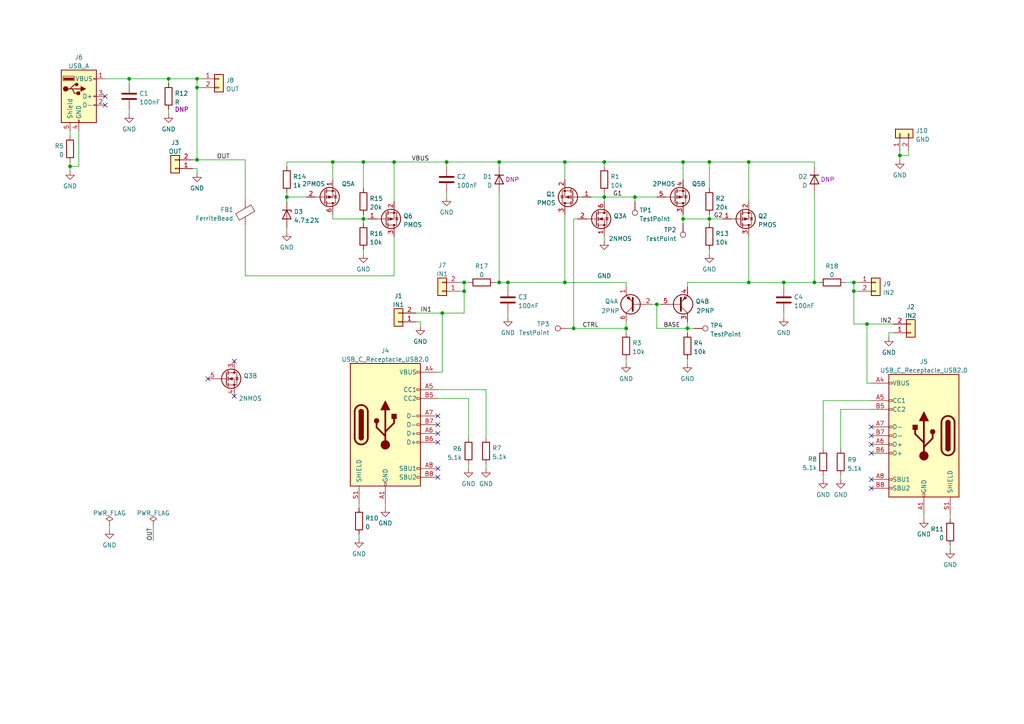
<source format=kicad_sch>
(kicad_sch (version 20211123) (generator eeschema)
  (paper "A4")
  (lib_symbols
    (symbol "Connector:TestPoint" (pin_numbers hide) (pin_names (offset 0.762) hide)
      (property "Reference" "TP" (at 0 6.858 0))
      (property "Value" "TestPoint" (at 0 5.08 0))
      (symbol "TestPoint_0_1"
        (circle (center 0 3.302) (radius 0.762))
      )
      (symbol "TestPoint_1_1"
        (pin passive line (at 0 0 90) (length 2.54) (name "1") (number "1"))
      )
    )
    (symbol "Connector:USB_A" (pin_names (offset 1.016))
      (property "Reference" "J" (at -5.08 11.43 0))
      (property "Value" "USB_A" (at -5.08 8.89 0))
      (symbol "USB_A_0_1"
        (rectangle (start -5.08 -7.62) (end 5.08 7.62) (stroke (width 0.254)) (fill (type background)))
        (circle (center -3.81 2.159) (radius 0.635) (stroke (width 0.254)) (fill (type outline)))
        (rectangle (start -1.524 4.826) (end -4.318 5.334) (fill (type outline)))
        (rectangle (start -1.27 4.572) (end -4.572 5.842))
        (circle (center -0.635 3.429) (radius 0.381) (stroke (width 0.254)) (fill (type outline)))
        (rectangle (start -0.127 -7.62) (end 0.127 -6.858))
        (polyline (pts (xy -3.175 2.159) (xy -2.54 2.159) (xy -1.27 3.429) (xy -0.635 3.429)) (stroke (width 0.254)))
        (polyline (pts (xy -2.54 2.159) (xy -1.905 2.159) (xy -1.27 0.889) (xy 0 0.889)) (stroke (width 0.254)))
        (polyline (pts (xy 0.635 2.794) (xy 0.635 1.524) (xy 1.905 2.159) (xy 0.635 2.794)) (stroke (width 0.254)) (fill (type outline)))
        (rectangle (start 0.254 1.27) (end -0.508 0.508) (stroke (width 0.254)) (fill (type outline)))
        (rectangle (start 5.08 -2.667) (end 4.318 -2.413))
        (rectangle (start 5.08 -0.127) (end 4.318 0.127))
        (rectangle (start 5.08 4.953) (end 4.318 5.207))
      )
      (symbol "USB_A_1_1"
        (polyline (pts (xy -1.905 2.159) (xy 0.635 2.159)) (stroke (width 0.254)))
        (pin power_in line (at 7.62 5.08 180) (length 2.54) (name "VBUS") (number "1"))
        (pin bidirectional line (at 7.62 -2.54 180) (length 2.54) (name "D-") (number "2"))
        (pin bidirectional line (at 7.62 0 180) (length 2.54) (name "D+") (number "3"))
        (pin power_in line (at 0 -10.16 90) (length 2.54) (name "GND") (number "4"))
        (pin passive line (at -2.54 -10.16 90) (length 2.54) (name "Shield") (number "5"))
      )
    )
    (symbol "Connector:USB_C_Receptacle_USB2.0" (pin_names (offset 1.016))
      (property "Reference" "J" (at -10.16 19.05 0))
      (property "Value" "USB_C_Receptacle_USB2.0" (at 19.05 19.05 0))
      (symbol "USB_C_Receptacle_USB2.0_0_0"
        (rectangle (start -0.254 -17.78) (end 0.254 -16.764))
        (rectangle (start 10.16 -14.986) (end 9.144 -15.494))
        (rectangle (start 10.16 -12.446) (end 9.144 -12.954))
        (rectangle (start 10.16 -4.826) (end 9.144 -5.334))
        (rectangle (start 10.16 -2.286) (end 9.144 -2.794))
        (rectangle (start 10.16 0.254) (end 9.144 -0.254))
        (rectangle (start 10.16 2.794) (end 9.144 2.286))
        (rectangle (start 10.16 7.874) (end 9.144 7.366))
        (rectangle (start 10.16 10.414) (end 9.144 9.906))
        (rectangle (start 10.16 15.494) (end 9.144 14.986))
      )
      (symbol "USB_C_Receptacle_USB2.0_0_1"
        (rectangle (start -10.16 17.78) (end 10.16 -17.78) (stroke (width 0.254)) (fill (type background)))
        (arc (start -8.89 -3.81) (mid -6.985 -5.715) (end -5.08 -3.81) (stroke (width 0.508)))
        (arc (start -7.62 -3.81) (mid -6.985 -4.445) (end -6.35 -3.81) (stroke (width 0.254)))
        (arc (start -7.62 -3.81) (mid -6.985 -4.445) (end -6.35 -3.81) (stroke (width 0.254)) (fill (type outline)))
        (rectangle (start -7.62 -3.81) (end -6.35 3.81) (stroke (width 0.254)) (fill (type outline)))
        (arc (start -6.35 3.81) (mid -6.985 4.445) (end -7.62 3.81) (stroke (width 0.254)))
        (arc (start -6.35 3.81) (mid -6.985 4.445) (end -7.62 3.81) (stroke (width 0.254)) (fill (type outline)))
        (arc (start -5.08 3.81) (mid -6.985 5.715) (end -8.89 3.81) (stroke (width 0.508)))
        (circle (center -2.54 1.143) (radius 0.635) (stroke (width 0.254)) (fill (type outline)))
        (circle (center 0 -5.842) (radius 1.27) (fill (type outline)))
        (polyline (pts (xy -8.89 -3.81) (xy -8.89 3.81)) (stroke (width 0.508)))
        (polyline (pts (xy -5.08 3.81) (xy -5.08 -3.81)) (stroke (width 0.508)))
        (polyline (pts (xy 0 -5.842) (xy 0 4.318)) (stroke (width 0.508)))
        (polyline (pts (xy 0 -3.302) (xy -2.54 -0.762) (xy -2.54 0.508)) (stroke (width 0.508)))
        (polyline (pts (xy 0 -2.032) (xy 2.54 0.508) (xy 2.54 1.778)) (stroke (width 0.508)))
        (polyline (pts (xy -1.27 4.318) (xy 0 6.858) (xy 1.27 4.318) (xy -1.27 4.318)) (stroke (width 0.254)) (fill (type outline)))
        (rectangle (start 1.905 1.778) (end 3.175 3.048) (stroke (width 0.254)) (fill (type outline)))
      )
      (symbol "USB_C_Receptacle_USB2.0_1_1"
        (pin passive line (at 0 -22.86 90) (length 5.08) (name "GND") (number "A1"))
        (pin passive line (at 0 -22.86 90) (length 5.08) hide (name "GND") (number "A12"))
        (pin passive line (at 15.24 15.24 180) (length 5.08) (name "VBUS") (number "A4"))
        (pin bidirectional line (at 15.24 10.16 180) (length 5.08) (name "CC1") (number "A5"))
        (pin bidirectional line (at 15.24 -2.54 180) (length 5.08) (name "D+") (number "A6"))
        (pin bidirectional line (at 15.24 2.54 180) (length 5.08) (name "D-") (number "A7"))
        (pin bidirectional line (at 15.24 -12.7 180) (length 5.08) (name "SBU1") (number "A8"))
        (pin passive line (at 15.24 15.24 180) (length 5.08) hide (name "VBUS") (number "A9"))
        (pin passive line (at 0 -22.86 90) (length 5.08) hide (name "GND") (number "B1"))
        (pin passive line (at 0 -22.86 90) (length 5.08) hide (name "GND") (number "B12"))
        (pin passive line (at 15.24 15.24 180) (length 5.08) hide (name "VBUS") (number "B4"))
        (pin bidirectional line (at 15.24 7.62 180) (length 5.08) (name "CC2") (number "B5"))
        (pin bidirectional line (at 15.24 -5.08 180) (length 5.08) (name "D+") (number "B6"))
        (pin bidirectional line (at 15.24 0 180) (length 5.08) (name "D-") (number "B7"))
        (pin bidirectional line (at 15.24 -15.24 180) (length 5.08) (name "SBU2") (number "B8"))
        (pin passive line (at 15.24 15.24 180) (length 5.08) hide (name "VBUS") (number "B9"))
        (pin passive line (at -7.62 -22.86 90) (length 5.08) (name "SHIELD") (number "S1"))
      )
    )
    (symbol "Connector_Generic:Conn_01x02" (pin_names (offset 1.016) hide)
      (property "Reference" "J" (at 0 2.54 0))
      (property "Value" "Conn_01x02" (at 0 -5.08 0))
      (symbol "Conn_01x02_1_1"
        (rectangle (start -1.27 -2.413) (end 0 -2.667) (stroke (width 0.1524)))
        (rectangle (start -1.27 0.127) (end 0 -0.127) (stroke (width 0.1524)))
        (rectangle (start -1.27 1.27) (end 1.27 -3.81) (stroke (width 0.254)) (fill (type background)))
        (pin passive line (at -5.08 0 0) (length 3.81) (name "Pin_1") (number "1"))
        (pin passive line (at -5.08 -2.54 0) (length 3.81) (name "Pin_2") (number "2"))
      )
    )
    (symbol "Device:C" (pin_numbers hide) (pin_names (offset 0.254))
      (property "Reference" "C" (at 0.635 2.54 0))
      (property "Value" "C" (at 0.635 -2.54 0))
      (symbol "C_0_1"
        (polyline (pts (xy -2.032 -0.762) (xy 2.032 -0.762)) (stroke (width 0.508)))
        (polyline (pts (xy -2.032 0.762) (xy 2.032 0.762)) (stroke (width 0.508)))
      )
      (symbol "C_1_1"
        (pin passive line (at 0 3.81 270) (length 2.794) (name "~") (number "1"))
        (pin passive line (at 0 -3.81 90) (length 2.794) (name "~") (number "2"))
      )
    )
    (symbol "Device:D" (pin_numbers hide) (pin_names (offset 1.016) hide)
      (property "Reference" "D" (at 0 2.54 0))
      (property "Value" "D" (at 0 -2.54 0))
      (symbol "D_0_1"
        (polyline (pts (xy -1.27 1.27) (xy -1.27 -1.27)) (stroke (width 0.254)))
        (polyline (pts (xy 1.27 0) (xy -1.27 0)))
        (polyline (pts (xy 1.27 1.27) (xy 1.27 -1.27) (xy -1.27 0) (xy 1.27 1.27)) (stroke (width 0.254)))
      )
      (symbol "D_1_1"
        (pin passive line (at -3.81 0 0) (length 2.54) (name "K") (number "1"))
        (pin passive line (at 3.81 0 180) (length 2.54) (name "A") (number "2"))
      )
    )
    (symbol "Device:D_Zener" (pin_numbers hide) (pin_names (offset 1.016) hide)
      (property "Reference" "D" (at 0 2.54 0))
      (property "Value" "D_Zener" (at 0 -2.54 0))
      (symbol "D_Zener_0_1"
        (polyline (pts (xy 1.27 0) (xy -1.27 0)))
        (polyline (pts (xy -1.27 -1.27) (xy -1.27 1.27) (xy -0.762 1.27)) (stroke (width 0.254)))
        (polyline (pts (xy 1.27 -1.27) (xy 1.27 1.27) (xy -1.27 0) (xy 1.27 -1.27)) (stroke (width 0.254)))
      )
      (symbol "D_Zener_1_1"
        (pin passive line (at -3.81 0 0) (length 2.54) (name "K") (number "1"))
        (pin passive line (at 3.81 0 180) (length 2.54) (name "A") (number "2"))
      )
    )
    (symbol "Device:FerriteBead" (pin_numbers hide) (pin_names (offset 0))
      (property "Reference" "FB" (at -3.81 0.635 90))
      (property "Value" "FerriteBead" (at 3.81 0 90))
      (symbol "FerriteBead_0_1"
        (polyline (pts (xy 0 -1.27) (xy 0 -1.2192)))
        (polyline (pts (xy 0 1.27) (xy 0 1.2954)))
        (polyline (pts (xy -2.7686 0.4064) (xy -1.7018 2.2606) (xy 2.7686 -0.3048) (xy 1.6764 -2.159) (xy -2.7686 0.4064)))
      )
      (symbol "FerriteBead_1_1"
        (pin passive line (at 0 3.81 270) (length 2.54) (name "~") (number "1"))
        (pin passive line (at 0 -3.81 90) (length 2.54) (name "~") (number "2"))
      )
    )
    (symbol "Device:Q_Dual_NMOS_S1G1D2S2G2D1" (pin_names (offset 0) hide)
      (property "Reference" "Q" (at 6.35 1.27 0))
      (property "Value" "Q_Dual_NMOS_S1G1D2S2G2D1" (at 19.05 -1.27 0))
      (symbol "Q_Dual_NMOS_S1G1D2S2G2D1_0_1"
        (polyline (pts (xy 0.254 0) (xy -2.54 0)))
        (polyline (pts (xy 0.254 1.905) (xy 0.254 -1.905)) (stroke (width 0.254)))
        (polyline (pts (xy 0.762 -1.27) (xy 0.762 -2.286)) (stroke (width 0.254)))
        (polyline (pts (xy 0.762 0.508) (xy 0.762 -0.508)) (stroke (width 0.254)))
        (polyline (pts (xy 0.762 2.286) (xy 0.762 1.27)) (stroke (width 0.254)))
        (polyline (pts (xy 2.54 2.54) (xy 2.54 1.778)))
        (polyline (pts (xy 2.54 -2.54) (xy 2.54 0) (xy 0.762 0)))
        (polyline (pts (xy 0.762 -1.778) (xy 3.302 -1.778) (xy 3.302 1.778) (xy 0.762 1.778)))
        (polyline (pts (xy 1.016 0) (xy 2.032 0.381) (xy 2.032 -0.381) (xy 1.016 0)) (fill (type outline)))
        (polyline (pts (xy 2.794 0.508) (xy 2.921 0.381) (xy 3.683 0.381) (xy 3.81 0.254)))
        (polyline (pts (xy 3.302 0.381) (xy 2.921 -0.254) (xy 3.683 -0.254) (xy 3.302 0.381)))
        (circle (center 1.651 0) (radius 2.794) (stroke (width 0.254)))
        (circle (center 2.54 -1.778) (radius 0.254) (fill (type outline)))
        (circle (center 2.54 1.778) (radius 0.254) (fill (type outline)))
      )
      (symbol "Q_Dual_NMOS_S1G1D2S2G2D1_1_1"
        (pin passive line (at 2.54 -5.08 90) (length 2.54) (name "S") (number "1"))
        (pin input line (at -5.08 0 0) (length 2.54) (name "G") (number "2"))
        (pin passive line (at 2.54 5.08 270) (length 2.54) (name "D") (number "6"))
      )
      (symbol "Q_Dual_NMOS_S1G1D2S2G2D1_2_1"
        (pin passive line (at 2.54 5.08 270) (length 2.54) (name "D") (number "3"))
        (pin passive line (at 2.54 -5.08 90) (length 2.54) (name "S") (number "4"))
        (pin input line (at -5.08 0 0) (length 2.54) (name "G") (number "5"))
      )
    )
    (symbol "Device:Q_Dual_PMOS_S1G1D2S2G2D1" (pin_names (offset 0) hide)
      (property "Reference" "Q" (at 6.35 1.27 0))
      (property "Value" "Q_Dual_PMOS_S1G1D2S2G2D1" (at 19.05 -1.27 0))
      (symbol "Q_Dual_PMOS_S1G1D2S2G2D1_0_1"
        (polyline (pts (xy 0.254 0) (xy -2.54 0)))
        (polyline (pts (xy 0.254 1.905) (xy 0.254 -1.905)) (stroke (width 0.254)))
        (polyline (pts (xy 0.762 -1.27) (xy 0.762 -2.286)) (stroke (width 0.254)))
        (polyline (pts (xy 0.762 0.508) (xy 0.762 -0.508)) (stroke (width 0.254)))
        (polyline (pts (xy 0.762 2.286) (xy 0.762 1.27)) (stroke (width 0.254)))
        (polyline (pts (xy 2.54 2.54) (xy 2.54 1.778)))
        (polyline (pts (xy 2.54 -2.54) (xy 2.54 0) (xy 0.762 0)))
        (polyline (pts (xy 0.762 1.778) (xy 3.302 1.778) (xy 3.302 -1.778) (xy 0.762 -1.778)))
        (polyline (pts (xy 2.286 0) (xy 1.27 0.381) (xy 1.27 -0.381) (xy 2.286 0)) (fill (type outline)))
        (polyline (pts (xy 2.794 -0.508) (xy 2.921 -0.381) (xy 3.683 -0.381) (xy 3.81 -0.254)))
        (polyline (pts (xy 3.302 -0.381) (xy 2.921 0.254) (xy 3.683 0.254) (xy 3.302 -0.381)))
        (circle (center 1.651 0) (radius 2.794) (stroke (width 0.254)))
        (circle (center 2.54 -1.778) (radius 0.254) (fill (type outline)))
        (circle (center 2.54 1.778) (radius 0.254) (fill (type outline)))
      )
      (symbol "Q_Dual_PMOS_S1G1D2S2G2D1_1_1"
        (pin passive line (at 2.54 -5.08 90) (length 2.54) (name "S") (number "1"))
        (pin input line (at -5.08 0 0) (length 2.54) (name "G") (number "2"))
        (pin passive line (at 2.54 5.08 270) (length 2.54) (name "D") (number "6"))
      )
      (symbol "Q_Dual_PMOS_S1G1D2S2G2D1_2_1"
        (pin passive line (at 2.54 5.08 270) (length 2.54) (name "D") (number "3"))
        (pin passive line (at 2.54 -5.08 90) (length 2.54) (name "S") (number "4"))
        (pin input line (at -5.08 0 0) (length 2.54) (name "G") (number "5"))
      )
    )
    (symbol "Device:Q_Dual_PNP_PNP_E1B1C2E2B2C1" (pin_names (offset 0) hide)
      (property "Reference" "Q" (at 5.08 1.27 0))
      (property "Value" "Q_Dual_PNP_PNP_E1B1C2E2B2C1" (at 5.08 -1.27 0))
      (symbol "Q_Dual_PNP_PNP_E1B1C2E2B2C1_0_1"
        (polyline (pts (xy 0.635 0) (xy -2.54 0)))
        (polyline (pts (xy 0.635 0.635) (xy 2.54 2.54)))
        (polyline (pts (xy 0.635 -0.635) (xy 2.54 -2.54) (xy 2.54 -2.54)))
        (polyline (pts (xy 0.635 1.905) (xy 0.635 -1.905) (xy 0.635 -1.905)) (stroke (width 0.508)))
        (polyline (pts (xy 2.286 -1.778) (xy 1.778 -2.286) (xy 1.27 -1.27) (xy 2.286 -1.778) (xy 2.286 -1.778)) (fill (type outline)))
        (circle (center 1.27 0) (radius 2.8194) (stroke (width 0.254)))
      )
      (symbol "Q_Dual_PNP_PNP_E1B1C2E2B2C1_1_1"
        (pin passive line (at 2.54 -5.08 90) (length 2.54) (name "E1") (number "1"))
        (pin input line (at -5.08 0 0) (length 2.54) (name "B1") (number "2"))
        (pin passive line (at 2.54 5.08 270) (length 2.54) (name "C1") (number "6"))
      )
      (symbol "Q_Dual_PNP_PNP_E1B1C2E2B2C1_2_1"
        (pin passive line (at 2.54 5.08 270) (length 2.54) (name "C2") (number "3"))
        (pin passive line (at 2.54 -5.08 90) (length 2.54) (name "E2") (number "4"))
        (pin input line (at -5.08 0 0) (length 2.54) (name "B2") (number "5"))
      )
    )
    (symbol "Device:Q_PMOS_GSD" (pin_names (offset 0) hide)
      (property "Reference" "Q" (at 5.08 1.27 0))
      (property "Value" "Q_PMOS_GSD" (at 5.08 -1.27 0))
      (symbol "Q_PMOS_GSD_0_1"
        (polyline (pts (xy 0.254 0) (xy -2.54 0)))
        (polyline (pts (xy 0.254 1.905) (xy 0.254 -1.905)) (stroke (width 0.254)))
        (polyline (pts (xy 0.762 -1.27) (xy 0.762 -2.286)) (stroke (width 0.254)))
        (polyline (pts (xy 0.762 0.508) (xy 0.762 -0.508)) (stroke (width 0.254)))
        (polyline (pts (xy 0.762 2.286) (xy 0.762 1.27)) (stroke (width 0.254)))
        (polyline (pts (xy 2.54 2.54) (xy 2.54 1.778)))
        (polyline (pts (xy 2.54 -2.54) (xy 2.54 0) (xy 0.762 0)))
        (polyline (pts (xy 0.762 1.778) (xy 3.302 1.778) (xy 3.302 -1.778) (xy 0.762 -1.778)))
        (polyline (pts (xy 2.286 0) (xy 1.27 0.381) (xy 1.27 -0.381) (xy 2.286 0)) (fill (type outline)))
        (polyline (pts (xy 2.794 -0.508) (xy 2.921 -0.381) (xy 3.683 -0.381) (xy 3.81 -0.254)))
        (polyline (pts (xy 3.302 -0.381) (xy 2.921 0.254) (xy 3.683 0.254) (xy 3.302 -0.381)))
        (circle (center 1.651 0) (radius 2.794) (stroke (width 0.254)))
        (circle (center 2.54 -1.778) (radius 0.254) (fill (type outline)))
        (circle (center 2.54 1.778) (radius 0.254) (fill (type outline)))
      )
      (symbol "Q_PMOS_GSD_1_1"
        (pin input line (at -5.08 0 0) (length 2.54) (name "G") (number "1"))
        (pin passive line (at 2.54 -5.08 90) (length 2.54) (name "S") (number "2"))
        (pin passive line (at 2.54 5.08 270) (length 2.54) (name "D") (number "3"))
      )
    )
    (symbol "Device:R" (pin_numbers hide) (pin_names (offset 0))
      (property "Reference" "R" (at 2.032 0 90))
      (property "Value" "R" (at 0 0 90))
      (symbol "R_0_1"
        (rectangle (start -1.016 -2.54) (end 1.016 2.54) (stroke (width 0.254)))
      )
      (symbol "R_1_1"
        (pin passive line (at 0 3.81 270) (length 1.27) (name "~") (number "1"))
        (pin passive line (at 0 -3.81 90) (length 1.27) (name "~") (number "2"))
      )
    )
    (symbol "power:GND" (power) (pin_names (offset 0))
      (property "Value" "GND" (at 0 -3.81 0))
      (symbol "GND_0_1"
        (polyline (pts (xy 0 0) (xy 0 -1.27) (xy 1.27 -1.27) (xy 0 -2.54) (xy -1.27 -1.27) (xy 0 -1.27)))
      )
      (symbol "GND_1_1"
        (pin power_in line (at 0 0 270) (length 0) hide (name "GND") (number "1"))
      )
    )
    (symbol "power:PWR_FLAG" (power) (pin_numbers hide) (pin_names (offset 0) hide)
      (property "Value" "PWR_FLAG" (at 0 3.81 0))
      (symbol "PWR_FLAG_0_0"
        (pin power_out line (at 0 0 90) (length 0) (name "pwr") (number "1"))
      )
      (symbol "PWR_FLAG_0_1"
        (polyline (pts (xy 0 0) (xy 0 1.27) (xy -1.016 1.905) (xy 0 2.54) (xy 1.016 1.905) (xy 0 1.27)))
      )
    )
  )
  (junction (at 260.985 45.085))
  (junction (at 83.185 57.15))
  (junction (at 57.15 22.86))
  (junction (at 227.33 81.915))
  (junction (at 181.61 95.25))
  (junction (at 217.17 46.99))
  (junction (at 175.26 46.99))
  (junction (at 57.15 25.4))
  (junction (at 105.41 46.99))
  (junction (at 217.17 81.915))
  (junction (at 134.62 84.455))
  (junction (at 163.83 46.99))
  (junction (at 198.12 63.5))
  (junction (at 114.3 46.99))
  (junction (at 128.27 90.805))
  (junction (at 134.62 81.915))
  (junction (at 251.46 93.98))
  (junction (at 48.895 22.86))
  (junction (at 175.26 57.15))
  (junction (at 199.39 95.25))
  (junction (at 37.465 22.86))
  (junction (at 57.15 46.355))
  (junction (at 96.52 46.99))
  (junction (at 129.54 46.99))
  (junction (at 166.37 95.25))
  (junction (at 205.74 63.5))
  (junction (at 184.15 57.15))
  (junction (at 20.32 48.26))
  (junction (at 163.83 81.915))
  (junction (at 147.32 81.915))
  (junction (at 205.74 46.99))
  (junction (at 247.65 84.455))
  (junction (at 144.78 46.99))
  (junction (at 105.41 63.5))
  (junction (at 198.12 46.99))
  (junction (at 236.22 81.915))
  (junction (at 190.5 88.265))
  (junction (at 247.65 81.915))
  (junction (at 144.78 81.915))
  (no_connect (at 127 123.19))
  (no_connect (at 252.73 123.825))
  (no_connect (at 127 135.89))
  (no_connect (at 252.73 139.065))
  (no_connect (at 67.945 104.775))
  (no_connect (at 127 128.27))
  (no_connect (at 252.73 131.445))
  (no_connect (at 127 120.65))
  (no_connect (at 30.48 27.94))
  (no_connect (at 252.73 126.365))
  (no_connect (at 60.325 109.855))
  (no_connect (at 252.73 141.605))
  (no_connect (at 127 125.73))
  (no_connect (at 67.945 114.935))
  (no_connect (at 252.73 128.905))
  (no_connect (at 127 138.43))
  (no_connect (at 30.48 30.48))
  (wire (pts (xy 140.97 134.62) (xy 140.97 135.89)))
  (wire (pts (xy 20.32 48.26) (xy 20.32 49.53)))
  (wire (pts (xy 205.74 63.5) (xy 205.74 62.23)))
  (wire (pts (xy 83.185 66.04) (xy 83.185 67.31)))
  (wire (pts (xy 217.17 81.915) (xy 227.33 81.915)))
  (wire (pts (xy 227.33 83.185) (xy 227.33 81.915)))
  (wire (pts (xy 163.83 62.23) (xy 163.83 81.915)))
  (wire (pts (xy 260.985 43.815) (xy 260.985 45.085)))
  (wire (pts (xy 199.39 95.25) (xy 199.39 93.345)))
  (wire (pts (xy 263.525 45.085) (xy 263.525 43.815)))
  (wire (pts (xy 163.83 81.915) (xy 181.61 81.915)))
  (wire (pts (xy 114.3 80.01) (xy 71.12 80.01)))
  (wire (pts (xy 166.37 95.25) (xy 181.61 95.25)))
  (wire (pts (xy 96.52 62.23) (xy 96.52 63.5)))
  (wire (pts (xy 238.76 137.795) (xy 238.76 139.065)))
  (wire (pts (xy 135.89 127) (xy 135.89 115.57)))
  (wire (pts (xy 129.54 46.99) (xy 114.3 46.99)))
  (wire (pts (xy 199.39 104.14) (xy 199.39 105.41)))
  (wire (pts (xy 217.17 81.915) (xy 199.39 81.915)))
  (wire (pts (xy 83.185 57.15) (xy 83.185 58.42)))
  (wire (pts (xy 175.26 46.99) (xy 175.26 48.26)))
  (wire (pts (xy 30.48 22.86) (xy 37.465 22.86)))
  (wire (pts (xy 20.32 38.1) (xy 20.32 39.37)))
  (wire (pts (xy 22.86 48.26) (xy 20.32 48.26)))
  (wire (pts (xy 227.33 92.075) (xy 227.33 90.805)))
  (wire (pts (xy 227.33 81.915) (xy 236.22 81.915)))
  (wire (pts (xy 83.185 55.88) (xy 83.185 57.15)))
  (wire (pts (xy 105.41 72.39) (xy 105.41 73.66)))
  (wire (pts (xy 129.54 48.26) (xy 129.54 46.99)))
  (wire (pts (xy 243.84 137.795) (xy 243.84 139.065)))
  (wire (pts (xy 251.46 93.98) (xy 251.46 111.125)))
  (wire (pts (xy 105.41 63.5) (xy 105.41 62.23)))
  (wire (pts (xy 198.12 46.99) (xy 175.26 46.99)))
  (wire (pts (xy 209.55 63.5) (xy 205.74 63.5)))
  (wire (pts (xy 106.68 63.5) (xy 105.41 63.5)))
  (wire (pts (xy 105.41 46.99) (xy 114.3 46.99)))
  (wire (pts (xy 247.65 84.455) (xy 247.65 93.98)))
  (wire (pts (xy 267.97 149.225) (xy 267.97 150.495)))
  (wire (pts (xy 147.32 92.075) (xy 147.32 90.805)))
  (wire (pts (xy 163.83 46.99) (xy 144.78 46.99)))
  (wire (pts (xy 175.26 68.58) (xy 175.26 69.85)))
  (wire (pts (xy 198.12 63.5) (xy 205.74 63.5)))
  (wire (pts (xy 181.61 104.14) (xy 181.61 105.41)))
  (wire (pts (xy 144.78 46.99) (xy 129.54 46.99)))
  (wire (pts (xy 190.5 95.25) (xy 199.39 95.25)))
  (wire (pts (xy 275.59 149.225) (xy 275.59 150.495)))
  (wire (pts (xy 135.89 134.62) (xy 135.89 135.89)))
  (wire (pts (xy 120.65 93.345) (xy 121.92 93.345)))
  (wire (pts (xy 71.12 46.355) (xy 71.12 57.785)))
  (wire (pts (xy 114.3 46.99) (xy 114.3 58.42)))
  (wire (pts (xy 199.39 81.915) (xy 199.39 83.185)))
  (wire (pts (xy 236.22 55.88) (xy 236.22 81.915)))
  (wire (pts (xy 260.985 45.085) (xy 263.525 45.085)))
  (wire (pts (xy 184.15 57.15) (xy 190.5 57.15)))
  (wire (pts (xy 260.985 45.085) (xy 260.985 46.355)))
  (wire (pts (xy 134.62 84.455) (xy 134.62 90.805)))
  (wire (pts (xy 144.78 48.26) (xy 144.78 46.99)))
  (wire (pts (xy 129.54 57.15) (xy 129.54 55.88)))
  (wire (pts (xy 245.11 81.915) (xy 247.65 81.915)))
  (wire (pts (xy 20.32 46.99) (xy 20.32 48.26)))
  (wire (pts (xy 120.65 90.805) (xy 128.27 90.805)))
  (wire (pts (xy 57.15 22.86) (xy 58.42 22.86)))
  (wire (pts (xy 57.15 25.4) (xy 57.15 46.355)))
  (wire (pts (xy 247.65 84.455) (xy 248.92 84.455)))
  (wire (pts (xy 96.52 46.99) (xy 105.41 46.99)))
  (wire (pts (xy 165.1 95.25) (xy 166.37 95.25)))
  (wire (pts (xy 96.52 52.07) (xy 96.52 46.99)))
  (wire (pts (xy 217.17 58.42) (xy 217.17 46.99)))
  (wire (pts (xy 105.41 54.61) (xy 105.41 46.99)))
  (wire (pts (xy 140.97 113.03) (xy 140.97 127)))
  (wire (pts (xy 236.22 81.915) (xy 237.49 81.915)))
  (wire (pts (xy 175.26 57.15) (xy 175.26 58.42)))
  (wire (pts (xy 83.185 46.99) (xy 96.52 46.99)))
  (wire (pts (xy 184.15 58.42) (xy 184.15 57.15)))
  (wire (pts (xy 190.5 88.265) (xy 191.77 88.265)))
  (wire (pts (xy 205.74 72.39) (xy 205.74 73.66)))
  (wire (pts (xy 257.81 96.52) (xy 257.81 97.79)))
  (wire (pts (xy 181.61 81.915) (xy 181.61 83.185)))
  (wire (pts (xy 147.32 83.185) (xy 147.32 81.915)))
  (wire (pts (xy 198.12 52.07) (xy 198.12 46.99)))
  (wire (pts (xy 57.15 46.355) (xy 71.12 46.355)))
  (wire (pts (xy 104.14 154.94) (xy 104.14 156.21)))
  (wire (pts (xy 171.45 57.15) (xy 175.26 57.15)))
  (wire (pts (xy 199.39 95.25) (xy 201.295 95.25)))
  (wire (pts (xy 48.895 31.75) (xy 48.895 33.02)))
  (wire (pts (xy 190.5 88.265) (xy 190.5 95.25)))
  (wire (pts (xy 167.64 63.5) (xy 166.37 63.5)))
  (wire (pts (xy 55.88 46.355) (xy 57.15 46.355)))
  (wire (pts (xy 134.62 81.915) (xy 134.62 84.455)))
  (wire (pts (xy 121.92 93.345) (xy 121.92 94.615)))
  (wire (pts (xy 48.895 22.86) (xy 57.15 22.86)))
  (wire (pts (xy 181.61 93.345) (xy 181.61 95.25)))
  (wire (pts (xy 96.52 63.5) (xy 105.41 63.5)))
  (wire (pts (xy 58.42 25.4) (xy 57.15 25.4)))
  (wire (pts (xy 243.84 130.175) (xy 243.84 118.745)))
  (wire (pts (xy 236.22 48.26) (xy 236.22 46.99)))
  (wire (pts (xy 83.185 57.15) (xy 88.9 57.15)))
  (wire (pts (xy 133.35 81.915) (xy 134.62 81.915)))
  (wire (pts (xy 105.41 63.5) (xy 105.41 64.77)))
  (wire (pts (xy 175.26 57.15) (xy 175.26 55.88)))
  (wire (pts (xy 248.92 81.915) (xy 247.65 81.915)))
  (wire (pts (xy 243.84 118.745) (xy 252.73 118.745)))
  (wire (pts (xy 57.15 48.895) (xy 57.15 50.165)))
  (wire (pts (xy 128.27 90.805) (xy 134.62 90.805)))
  (wire (pts (xy 175.26 57.15) (xy 184.15 57.15)))
  (wire (pts (xy 127 113.03) (xy 140.97 113.03)))
  (wire (pts (xy 238.76 116.205) (xy 238.76 130.175)))
  (wire (pts (xy 205.74 46.99) (xy 198.12 46.99)))
  (wire (pts (xy 37.465 22.86) (xy 48.895 22.86)))
  (wire (pts (xy 128.27 90.805) (xy 128.27 107.95)))
  (wire (pts (xy 247.65 93.98) (xy 251.46 93.98)))
  (wire (pts (xy 135.89 81.915) (xy 134.62 81.915)))
  (wire (pts (xy 104.14 146.05) (xy 104.14 147.32)))
  (wire (pts (xy 251.46 93.98) (xy 259.08 93.98)))
  (wire (pts (xy 48.895 22.86) (xy 48.895 24.13)))
  (wire (pts (xy 22.86 38.1) (xy 22.86 48.26)))
  (wire (pts (xy 147.32 81.915) (xy 144.78 81.915)))
  (wire (pts (xy 71.12 65.405) (xy 71.12 80.01)))
  (wire (pts (xy 198.12 62.23) (xy 198.12 63.5)))
  (wire (pts (xy 247.65 81.915) (xy 247.65 84.455)))
  (wire (pts (xy 199.39 95.25) (xy 199.39 96.52)))
  (wire (pts (xy 275.59 158.115) (xy 275.59 159.385)))
  (wire (pts (xy 37.465 31.75) (xy 37.465 33.02)))
  (wire (pts (xy 127 107.95) (xy 128.27 107.95)))
  (wire (pts (xy 189.23 88.265) (xy 190.5 88.265)))
  (wire (pts (xy 181.61 95.25) (xy 181.61 96.52)))
  (wire (pts (xy 133.35 84.455) (xy 134.62 84.455)))
  (wire (pts (xy 217.17 46.99) (xy 205.74 46.99)))
  (wire (pts (xy 252.73 116.205) (xy 238.76 116.205)))
  (wire (pts (xy 114.3 68.58) (xy 114.3 80.01)))
  (wire (pts (xy 205.74 46.99) (xy 205.74 54.61)))
  (wire (pts (xy 37.465 24.13) (xy 37.465 22.86)))
  (wire (pts (xy 144.78 55.88) (xy 144.78 81.915)))
  (wire (pts (xy 163.83 81.915) (xy 147.32 81.915)))
  (wire (pts (xy 198.12 64.77) (xy 198.12 63.5)))
  (wire (pts (xy 55.88 48.895) (xy 57.15 48.895)))
  (wire (pts (xy 44.45 156.845) (xy 44.45 152.4)))
  (wire (pts (xy 217.17 68.58) (xy 217.17 81.915)))
  (wire (pts (xy 236.22 46.99) (xy 217.17 46.99)))
  (wire (pts (xy 143.51 81.915) (xy 144.78 81.915)))
  (wire (pts (xy 111.76 146.05) (xy 111.76 147.32)))
  (wire (pts (xy 83.185 48.26) (xy 83.185 46.99)))
  (wire (pts (xy 163.83 46.99) (xy 163.83 52.07)))
  (wire (pts (xy 31.75 152.4) (xy 31.75 153.67)))
  (wire (pts (xy 205.74 63.5) (xy 205.74 64.77)))
  (wire (pts (xy 259.08 96.52) (xy 257.81 96.52)))
  (wire (pts (xy 166.37 63.5) (xy 166.37 95.25)))
  (wire (pts (xy 252.73 111.125) (xy 251.46 111.125)))
  (wire (pts (xy 57.15 22.86) (xy 57.15 25.4)))
  (wire (pts (xy 175.26 46.99) (xy 163.83 46.99)))
  (wire (pts (xy 135.89 115.57) (xy 127 115.57)))
  (label "OUT" (at 62.865 46.355 0))
  (label "CTRL" (at 168.91 95.25 0))
  (label "IN1" (at 121.92 90.805 0))
  (label "G1" (at 177.8 57.15 0))
  (label "BASE" (at 192.405 95.25 0))
  (label "VBUS" (at 119.38 46.99 0))
  (label "IN2" (at 255.27 93.98 0))
  (label "G2" (at 207.01 63.5 0))
  (label "OUT" (at 44.45 156.845 90))
  (symbol (lib_id "Device:R") (at 105.41 68.58 0) (unit 1)
    (property "Reference" "R16" (at 107.188 67.7453 0) (effects (justify left)))
    (property "Value" "10k" (at 107.188 70.2822 0) (effects (justify left)))
    (property "Footprint" "Resistor_SMD:R_0402_1005Metric" (effects hide))
  )
  (symbol (lib_id "power:GND") (at 121.92 94.615 0) (mirror y) (unit 1)
    (property "Reference" "#PWR05" (effects hide))
    (property "Value" "GND" (at 121.92 99.0584 0))
  )
  (symbol (lib_id "Device:R") (at 275.59 154.305 0) (unit 1)
    (property "Reference" "R11" (at 273.812 153.4703 0) (effects (justify right)))
    (property "Value" "0" (at 273.812 156.0072 0) (effects (justify right)))
    (property "Footprint" "Resistor_SMD:R_0402_1005Metric" (effects hide))
  )
  (symbol (lib_id "Connector_Generic:Conn_01x02") (at 260.985 38.735 90) (unit 1)
    (property "Reference" "J10" (at 265.557 37.9003 90) (effects (justify right)))
    (property "Value" "GND" (at 265.557 40.4372 90) (effects (justify right)))
    (property "Footprint" "Connector_PinHeader_2.54mm:PinHeader_1x02_P2.54mm_Vertical" (effects hide))
  )
  (symbol (lib_id "power:GND") (at 20.32 49.53 0) (mirror y) (unit 1)
    (property "Reference" "#PWR08" (effects hide))
    (property "Value" "GND" (at 20.32 53.9734 0))
  )
  (symbol (lib_id "power:GND") (at 129.54 57.15 0) (mirror y) (unit 1)
    (property "Reference" "#PWR0106" (effects hide))
    (property "Value" "GND" (at 129.54 61.5934 0))
  )
  (symbol (lib_id "power:GND") (at 199.39 105.41 0) (mirror y) (unit 1)
    (property "Reference" "#PWR06" (effects hide))
    (property "Value" "GND" (at 199.39 109.8534 0))
  )
  (symbol (lib_id "Device:R") (at 135.89 130.81 0) (unit 1)
    (property "Reference" "R6" (at 133.985 130.175 0) (effects (justify right)))
    (property "Value" "5.1k" (at 133.985 132.715 0) (effects (justify right)))
    (property "Footprint" "Resistor_SMD:R_0402_1005Metric" (effects hide))
  )
  (symbol (lib_id "Device:R") (at 20.32 43.18 0) (mirror x) (unit 1)
    (property "Reference" "R5" (at 18.542 42.3453 0) (effects (justify right)))
    (property "Value" "0" (at 18.542 44.8822 0) (effects (justify right)))
    (property "Footprint" "Resistor_SMD:R_0402_1005Metric" (effects hide))
  )
  (symbol (lib_id "Device:D") (at 236.22 52.07 90) (mirror x) (unit 1)
    (property "Reference" "D2" (at 234.188 51.2353 90) (effects (justify left)))
    (property "Value" "D" (at 234.188 53.7722 90) (effects (justify left)))
    (property "Footprint" "gsg-modules:SOD128" (effects hide))
    (property "DNP" "DNP" (at 240.03 52.07 90))
    (property "Manufacturer" "Nexperia" (effects hide))
    (property "Part Number" "PMEG3050BEP,115" (effects hide))
  )
  (symbol (lib_id "Connector_Generic:Conn_01x02") (at 50.8 48.895 180) (unit 1)
    (property "Reference" "J3" (at 50.8 41.3852 0))
    (property "Value" "OUT" (at 50.8 43.9221 0))
    (property "Footprint" "Connector:Banana_Jack_2Pin" (effects hide))
  )
  (symbol (lib_id "Connector_Generic:Conn_01x02") (at 63.5 22.86 0) (unit 1)
    (property "Reference" "J8" (at 65.532 23.2953 0) (effects (justify left)))
    (property "Value" "OUT" (at 65.532 25.8322 0) (effects (justify left)))
    (property "Footprint" "Connector_PinHeader_2.54mm:PinHeader_1x02_P2.54mm_Vertical" (effects hide))
  )
  (symbol (lib_id "power:GND") (at 243.84 139.065 0) (unit 1)
    (property "Reference" "#PWR012" (effects hide))
    (property "Value" "GND" (at 243.84 143.5084 0))
  )
  (symbol (lib_id "Connector:TestPoint") (at 184.15 58.42 180) (unit 1)
    (property "Reference" "TP1" (at 185.42 60.96 0) (effects (justify right)))
    (property "Value" "TestPoint" (at 185.42 63.5 0) (effects (justify right)))
    (property "Footprint" "TestPoint:TestPoint_Pad_D2.0mm" (effects hide))
  )
  (symbol (lib_id "Connector:TestPoint") (at 198.12 64.77 180) (unit 1)
    (property "Reference" "TP2" (at 196.215 66.675 0) (effects (justify left)))
    (property "Value" "TestPoint" (at 196.215 69.215 0) (effects (justify left)))
    (property "Footprint" "TestPoint:TestPoint_Pad_D2.0mm" (effects hide))
  )
  (symbol (lib_id "power:GND") (at 111.76 147.32 0) (mirror y) (unit 1)
    (property "Reference" "#PWR013" (effects hide))
    (property "Value" "GND" (at 111.76 151.7634 0))
  )
  (symbol (lib_id "Device:D_Zener") (at 83.185 62.23 270) (unit 1)
    (property "Reference" "D3" (at 85.217 61.3953 90) (effects (justify left)))
    (property "Value" "4.7±2%" (at 85.217 63.9322 90) (effects (justify left)))
    (property "Footprint" "eval:DFN1006-2" (effects hide))
    (property "Manufacturer" "Nexperia" (effects hide))
    (property "Part Number" "BZX884-B4V7,315" (effects hide))
  )
  (symbol (lib_id "Device:Q_Dual_PMOS_S1G1D2S2G2D1") (at 195.58 57.15 0) (mirror x) (unit 2)
    (property "Reference" "Q5" (at 200.66 53.34 0) (effects (justify left)))
    (property "Value" "2PMOS" (at 189.23 53.34 0) (effects (justify left)))
    (property "Footprint" "Package_TO_SOT_SMD:SOT-363_SC-70-6" (effects hide))
    (property "Manufacturer" "Yangzhou Yangjie" (effects hide))
    (property "Part Number" "BSS84DW" (effects hide))
  )
  (symbol (lib_id "Connector_Generic:Conn_01x02") (at 254 81.915 0) (unit 1)
    (property "Reference" "J9" (at 256.032 82.3503 0) (effects (justify left)))
    (property "Value" "IN2" (at 256.032 84.8872 0) (effects (justify left)))
    (property "Footprint" "Connector_PinHeader_2.54mm:PinHeader_1x02_P2.54mm_Vertical" (effects hide))
  )
  (symbol (lib_id "Connector_Generic:Conn_01x02") (at 128.27 84.455 180) (unit 1)
    (property "Reference" "J7" (at 128.27 76.9452 0))
    (property "Value" "IN1" (at 128.27 79.4821 0))
    (property "Footprint" "Connector_PinHeader_2.54mm:PinHeader_1x02_P2.54mm_Vertical" (effects hide))
  )
  (symbol (lib_id "power:GND") (at 267.97 150.495 0) (unit 1)
    (property "Reference" "#PWR014" (effects hide))
    (property "Value" "GND" (at 267.97 154.9384 0))
  )
  (symbol (lib_id "power:GND") (at 238.76 139.065 0) (unit 1)
    (property "Reference" "#PWR011" (effects hide))
    (property "Value" "GND" (at 238.76 143.5084 0))
  )
  (symbol (lib_id "power:GND") (at 48.895 33.02 0) (mirror y) (unit 1)
    (property "Reference" "#PWR0102" (effects hide))
    (property "Value" "GND" (at 48.895 37.4634 0))
  )
  (symbol (lib_id "Connector:TestPoint") (at 165.1 95.25 90) (unit 1)
    (property "Reference" "TP3" (at 159.385 93.98 90) (effects (justify left)))
    (property "Value" "TestPoint" (at 159.385 96.52 90) (effects (justify left)))
    (property "Footprint" "TestPoint:TestPoint_Pad_D2.0mm" (effects hide))
  )
  (symbol (lib_id "Device:C") (at 227.33 86.995 0) (unit 1)
    (property "Reference" "C4" (at 230.251 86.1603 0) (effects (justify left)))
    (property "Value" "100nF" (at 230.251 88.6972 0) (effects (justify left)))
    (property "Footprint" "Capacitor_SMD:C_0402_1005Metric" (effects hide))
  )
  (symbol (lib_id "Device:Q_Dual_PNP_PNP_E1B1C2E2B2C1") (at 196.85 88.265 0) (mirror x) (unit 2)
    (property "Reference" "Q4" (at 201.7013 87.4303 0) (effects (justify left)))
    (property "Value" "2PNP" (at 201.93 90.17 0) (effects (justify left)))
    (property "Footprint" "Package_TO_SOT_SMD:SOT-363_SC-70-6" (effects hide))
    (property "Manufacturer" "Diodes Inc." (effects hide))
    (property "Part Number" "BCM857BS-7-F" (effects hide))
  )
  (symbol (lib_id "Device:FerriteBead") (at 71.12 61.595 0) (mirror x) (unit 1)
    (property "Reference" "FB1" (at 67.7164 60.8111 0) (effects (justify right)))
    (property "Value" "FerriteBead" (at 67.7164 63.348 0) (effects (justify right)))
    (property "Footprint" "Inductor_SMD:L_0805_2012Metric" (effects hide))
  )
  (symbol (lib_id "Device:R") (at 205.74 58.42 0) (mirror y) (unit 1)
    (property "Reference" "R2" (at 207.518 57.5853 0) (effects (justify right)))
    (property "Value" "20k" (at 207.518 60.1222 0) (effects (justify right)))
    (property "Footprint" "Resistor_SMD:R_0402_1005Metric" (effects hide))
  )
  (symbol (lib_id "Device:R") (at 199.39 100.33 0) (mirror y) (unit 1)
    (property "Reference" "R4" (at 201.168 99.4953 0) (effects (justify right)))
    (property "Value" "10k" (at 201.168 102.0322 0) (effects (justify right)))
    (property "Footprint" "Resistor_SMD:R_0402_1005Metric" (effects hide))
  )
  (symbol (lib_id "Device:R") (at 175.26 52.07 0) (mirror y) (unit 1)
    (property "Reference" "R1" (at 177.038 51.2353 0) (effects (justify right)))
    (property "Value" "10k" (at 177.038 53.7722 0) (effects (justify right)))
    (property "Footprint" "Resistor_SMD:R_0402_1005Metric" (effects hide))
  )
  (symbol (lib_id "Device:R") (at 139.7 81.915 90) (mirror x) (unit 1)
    (property "Reference" "R17" (at 139.7 77.1992 90))
    (property "Value" "0" (at 139.7 79.7361 90))
    (property "Footprint" "Resistor_SMD:R_0402_1005Metric" (effects hide))
  )
  (symbol (lib_id "power:GND") (at 140.97 135.89 0) (mirror y) (unit 1)
    (property "Reference" "#PWR010" (effects hide))
    (property "Value" "GND" (at 140.97 140.3334 0))
  )
  (symbol (lib_id "Device:R") (at 243.84 133.985 0) (mirror y) (unit 1)
    (property "Reference" "R9" (at 245.745 133.35 0) (effects (justify right)))
    (property "Value" "5.1k" (at 245.745 135.89 0) (effects (justify right)))
    (property "Footprint" "Resistor_SMD:R_0402_1005Metric" (effects hide))
  )
  (symbol (lib_id "Device:R") (at 140.97 130.81 0) (unit 1)
    (property "Reference" "R7" (at 142.748 129.9753 0) (effects (justify left)))
    (property "Value" "5.1k" (at 142.748 132.5122 0) (effects (justify left)))
    (property "Footprint" "Resistor_SMD:R_0402_1005Metric" (effects hide))
  )
  (symbol (lib_id "power:GND") (at 31.75 153.67 0) (mirror y) (unit 1)
    (property "Reference" "#PWR0107" (effects hide))
    (property "Value" "GND" (at 31.75 158.1134 0))
  )
  (symbol (lib_id "power:GND") (at 227.33 92.075 0) (mirror y) (unit 1)
    (property "Reference" "#PWR0104" (effects hide))
    (property "Value" "GND" (at 227.33 96.5184 0))
  )
  (symbol (lib_id "Device:C") (at 147.32 86.995 0) (unit 1)
    (property "Reference" "C3" (at 150.241 86.1603 0) (effects (justify left)))
    (property "Value" "100nF" (at 150.241 88.6972 0) (effects (justify left)))
    (property "Footprint" "Capacitor_SMD:C_0402_1005Metric" (effects hide))
  )
  (symbol (lib_id "power:GND") (at 37.465 33.02 0) (mirror y) (unit 1)
    (property "Reference" "#PWR0101" (effects hide))
    (property "Value" "GND" (at 37.465 37.4634 0))
  )
  (symbol (lib_id "Connector:TestPoint") (at 201.295 95.25 270) (unit 1)
    (property "Reference" "TP4" (at 205.994 94.4153 90) (effects (justify left)))
    (property "Value" "TestPoint" (at 205.994 96.9522 90) (effects (justify left)))
    (property "Footprint" "TestPoint:TestPoint_Pad_D2.0mm" (effects hide))
  )
  (symbol (lib_id "Device:C") (at 129.54 52.07 0) (unit 1)
    (property "Reference" "C2" (at 132.461 51.2353 0) (effects (justify left)))
    (property "Value" "100nF" (at 132.461 53.7722 0) (effects (justify left)))
    (property "Footprint" "Capacitor_SMD:C_0402_1005Metric" (effects hide))
  )
  (symbol (lib_id "power:GND") (at 105.41 73.66 0) (mirror y) (unit 1)
    (property "Reference" "#PWR019" (effects hide))
    (property "Value" "GND" (at 105.41 78.1034 0))
  )
  (symbol (lib_id "Connector:USB_C_Receptacle_USB2.0") (at 267.97 126.365 0) (mirror y) (unit 1)
    (property "Reference" "J5" (at 267.97 104.8852 0))
    (property "Value" "USB_C_Receptacle_USB2.0" (at 267.97 107.4221 0))
    (property "Footprint" "eval:USB_C_Receptacle_HRO_TYPE-C-31-M-12" (effects hide))
    (property "Datasheet" "https://www.usb.org/sites/default/files/documents/usb_type-c.zip" (effects hide))
    (property "Manufacturer" "XKB" (effects hide))
    (property "Part Number" "U262-161N-4BVC11" (effects hide))
  )
  (symbol (lib_id "power:GND") (at 104.14 156.21 0) (mirror y) (unit 1)
    (property "Reference" "#PWR015" (effects hide))
    (property "Value" "GND" (at 104.14 160.6534 0))
  )
  (symbol (lib_id "Device:R") (at 238.76 133.985 0) (mirror y) (unit 1)
    (property "Reference" "R8" (at 236.982 133.1503 0) (effects (justify left)))
    (property "Value" "5.1k" (at 236.982 135.6872 0) (effects (justify left)))
    (property "Footprint" "Resistor_SMD:R_0402_1005Metric" (effects hide))
  )
  (symbol (lib_id "Device:Q_Dual_NMOS_S1G1D2S2G2D1") (at 172.72 63.5 0) (unit 1)
    (property "Reference" "Q3" (at 177.927 62.6653 0) (effects (justify left)))
    (property "Value" "2NMOS" (at 176.53 69.215 0) (effects (justify left)))
    (property "Footprint" "Package_TO_SOT_SMD:SOT-363_SC-70-6" (effects hide))
    (property "Manufacturer" "Yangzhou Yangjie" (effects hide))
    (property "Part Number" "2N7002DW" (effects hide))
  )
  (symbol (lib_id "power:GND") (at 175.26 69.85 0) (mirror y) (unit 1)
    (property "Reference" "#PWR03" (effects hide))
    (property "Value" "GND" (at 175.26 80.0084 0))
  )
  (symbol (lib_id "Device:Q_Dual_PMOS_S1G1D2S2G2D1") (at 93.98 57.15 0) (mirror x) (unit 1)
    (property "Reference" "Q5" (at 99.06 53.34 0) (effects (justify left)))
    (property "Value" "2PMOS" (at 87.63 53.34 0) (effects (justify left)))
    (property "Footprint" "Package_TO_SOT_SMD:SOT-363_SC-70-6" (effects hide))
    (property "Manufacturer" "Yangzhou Yangjie" (effects hide))
    (property "Part Number" "BSS84DW" (effects hide))
  )
  (symbol (lib_id "Device:R") (at 105.41 58.42 0) (unit 1)
    (property "Reference" "R15" (at 107.188 57.5853 0) (effects (justify left)))
    (property "Value" "20k" (at 107.188 60.1222 0) (effects (justify left)))
    (property "Footprint" "Resistor_SMD:R_0402_1005Metric" (effects hide))
  )
  (symbol (lib_id "power:GND") (at 257.81 97.79 0) (unit 1)
    (property "Reference" "#PWR04" (effects hide))
    (property "Value" "GND" (at 257.81 102.2334 0))
  )
  (symbol (lib_id "Device:Q_PMOS_GSD") (at 214.63 63.5 0) (mirror x) (unit 1)
    (property "Reference" "Q2" (at 219.837 62.6653 0) (effects (justify left)))
    (property "Value" "PMOS" (at 219.837 65.2022 0) (effects (justify left)))
    (property "Footprint" "Package_TO_SOT_SMD:SOT-23-3" (effects hide))
    (property "Manufacturer" "Panjit" (effects hide))
    (property "Part Number" "PJA3441_R1_00001" (effects hide))
  )
  (symbol (lib_id "Device:Q_Dual_PNP_PNP_E1B1C2E2B2C1") (at 184.15 88.265 180) (unit 1)
    (property "Reference" "Q4" (at 179.2986 87.4303 0) (effects (justify left)))
    (property "Value" "2PNP" (at 179.705 90.17 0) (effects (justify left)))
    (property "Footprint" "Package_TO_SOT_SMD:SOT-363_SC-70-6" (effects hide))
    (property "Manufacturer" "Diodes Inc." (effects hide))
    (property "Part Number" "BCM857BS-7-F" (effects hide))
  )
  (symbol (lib_id "Connector_Generic:Conn_01x02") (at 115.57 93.345 180) (unit 1)
    (property "Reference" "J1" (at 115.57 85.8352 0))
    (property "Value" "IN1" (at 115.57 88.3721 0))
    (property "Footprint" "Connector:Banana_Jack_2Pin" (effects hide))
  )
  (symbol (lib_id "Device:C") (at 37.465 27.94 0) (unit 1)
    (property "Reference" "C1" (at 40.386 27.1053 0) (effects (justify left)))
    (property "Value" "100nF" (at 40.386 29.6422 0) (effects (justify left)))
    (property "Footprint" "Capacitor_SMD:C_0402_1005Metric" (effects hide))
  )
  (symbol (lib_id "power:PWR_FLAG") (at 44.45 152.4 0) (unit 1)
    (property "Reference" "#FLG0102" (effects hide))
    (property "Value" "PWR_FLAG" (at 44.45 148.8242 0))
  )
  (symbol (lib_id "Device:R") (at 181.61 100.33 0) (mirror y) (unit 1)
    (property "Reference" "R3" (at 183.388 99.4953 0) (effects (justify right)))
    (property "Value" "10k" (at 183.388 102.0322 0) (effects (justify right)))
    (property "Footprint" "Resistor_SMD:R_0402_1005Metric" (effects hide))
  )
  (symbol (lib_id "Connector_Generic:Conn_01x02") (at 264.16 96.52 0) (mirror x) (unit 1)
    (property "Reference" "J2" (at 264.16 89.0102 0))
    (property "Value" "IN2" (at 264.16 91.5471 0))
    (property "Footprint" "Connector:Banana_Jack_2Pin" (effects hide))
  )
  (symbol (lib_id "power:GND") (at 57.15 50.165 0) (mirror y) (unit 1)
    (property "Reference" "#PWR01" (effects hide))
    (property "Value" "GND" (at 57.15 54.6084 0))
  )
  (symbol (lib_id "Connector:USB_A") (at 22.86 27.94 0) (unit 1)
    (property "Reference" "J6" (at 22.86 16.6202 0))
    (property "Value" "USB_A" (at 22.86 19.1571 0))
    (property "Footprint" "eval:USB_A_Kycon_KUSBXHT-SB-AS1N-B30-NF_Horizontal" (effects hide))
    (property "Datasheet" " ~" (effects hide))
    (property "Manufacturer" "Jing Extension of the Electronic Co." (effects hide))
    (property "Part Number" "C42411" (effects hide))
  )
  (symbol (lib_id "power:GND") (at 147.32 92.075 0) (mirror y) (unit 1)
    (property "Reference" "#PWR0105" (effects hide))
    (property "Value" "GND" (at 147.32 96.5184 0))
  )
  (symbol (lib_id "Device:D") (at 144.78 52.07 90) (mirror x) (unit 1)
    (property "Reference" "D1" (at 142.748 51.2353 90) (effects (justify left)))
    (property "Value" "D" (at 142.748 53.7722 90) (effects (justify left)))
    (property "Footprint" "gsg-modules:SOD128" (effects hide))
    (property "DNP" "DNP" (at 148.59 52.07 90))
    (property "Manufacturer" "Nexperia" (effects hide))
    (property "Part Number" "PMEG3050BEP,115" (effects hide))
  )
  (symbol (lib_id "Device:Q_PMOS_GSD") (at 111.76 63.5 0) (mirror x) (unit 1)
    (property "Reference" "Q6" (at 116.9669 62.6653 0) (effects (justify left)))
    (property "Value" "PMOS" (at 116.9669 65.2022 0) (effects (justify left)))
    (property "Footprint" "Package_TO_SOT_SMD:SOT-23-3" (effects hide))
    (property "Manufacturer" "Panjit" (effects hide))
    (property "Part Number" "PJA3441_R1_00001" (effects hide))
  )
  (symbol (lib_id "power:GND") (at 135.89 135.89 0) (mirror y) (unit 1)
    (property "Reference" "#PWR09" (effects hide))
    (property "Value" "GND" (at 135.89 140.3334 0))
  )
  (symbol (lib_id "Device:R") (at 104.14 151.13 0) (mirror y) (unit 1)
    (property "Reference" "R10" (at 105.918 150.2953 0) (effects (justify right)))
    (property "Value" "0" (at 105.918 152.8322 0) (effects (justify right)))
    (property "Footprint" "Resistor_SMD:R_0402_1005Metric" (effects hide))
  )
  (symbol (lib_id "power:GND") (at 275.59 159.385 0) (unit 1)
    (property "Reference" "#PWR016" (effects hide))
    (property "Value" "GND" (at 275.59 163.8284 0))
  )
  (symbol (lib_id "Device:Q_Dual_NMOS_S1G1D2S2G2D1") (at 65.405 109.855 0) (unit 2)
    (property "Reference" "Q3" (at 70.612 109.0203 0) (effects (justify left)))
    (property "Value" "2NMOS" (at 69.215 115.57 0) (effects (justify left)))
    (property "Footprint" "Package_TO_SOT_SMD:SOT-363_SC-70-6" (effects hide))
    (property "Manufacturer" "Yangzhou Yangjie" (effects hide))
    (property "Part Number" "2N7002DW" (effects hide))
  )
  (symbol (lib_id "power:PWR_FLAG") (at 31.75 152.4 0) (unit 1)
    (property "Reference" "#FLG0101" (effects hide))
    (property "Value" "PWR_FLAG" (at 31.75 148.8242 0))
  )
  (symbol (lib_id "power:GND") (at 260.985 46.355 0) (unit 1)
    (property "Reference" "#PWR0103" (effects hide))
    (property "Value" "GND" (at 260.985 50.7984 0))
  )
  (symbol (lib_id "power:GND") (at 83.185 67.31 0) (mirror y) (unit 1)
    (property "Reference" "#PWR018" (effects hide))
    (property "Value" "GND" (at 83.185 71.7534 0))
  )
  (symbol (lib_id "Device:Q_PMOS_GSD") (at 166.37 57.15 180) (unit 1)
    (property "Reference" "Q1" (at 161.1631 56.3153 0) (effects (justify left)))
    (property "Value" "PMOS" (at 161.1631 58.8522 0) (effects (justify left)))
    (property "Footprint" "Package_TO_SOT_SMD:SOT-23-3" (effects hide))
    (property "Manufacturer" "Panjit" (effects hide))
    (property "Part Number" "PJA3441_R1_00001" (effects hide))
  )
  (symbol (lib_id "power:GND") (at 181.61 105.41 0) (mirror y) (unit 1)
    (property "Reference" "#PWR07" (effects hide))
    (property "Value" "GND" (at 181.61 109.8534 0))
  )
  (symbol (lib_id "Connector:USB_C_Receptacle_USB2.0") (at 111.76 123.19 0) (unit 1)
    (property "Reference" "J4" (at 111.76 101.7102 0))
    (property "Value" "USB_C_Receptacle_USB2.0" (at 111.76 104.2471 0))
    (property "Footprint" "eval:USB_C_Receptacle_HRO_TYPE-C-31-M-12" (effects hide))
    (property "Datasheet" "https://www.usb.org/sites/default/files/documents/usb_type-c.zip" (effects hide))
    (property "Manufacturer" "XKB" (effects hide))
    (property "Part Number" "U262-161N-4BVC11" (effects hide))
  )
  (symbol (lib_id "Device:R") (at 241.3 81.915 90) (mirror x) (unit 1)
    (property "Reference" "R18" (at 241.3 77.1992 90))
    (property "Value" "0" (at 241.3 79.7361 90))
    (property "Footprint" "Resistor_SMD:R_0402_1005Metric" (effects hide))
  )
  (symbol (lib_id "power:GND") (at 205.74 73.66 0) (mirror y) (unit 1)
    (property "Reference" "#PWR02" (effects hide))
    (property "Value" "GND" (at 205.74 78.1034 0))
  )
  (symbol (lib_id "Device:R") (at 83.185 52.07 0) (unit 1)
    (property "Reference" "R14" (at 84.963 51.2353 0) (effects (justify left)))
    (property "Value" "1k" (at 84.963 53.7722 0) (effects (justify left)))
    (property "Footprint" "Resistor_SMD:R_0402_1005Metric" (effects hide))
  )
  (symbol (lib_id "Device:R") (at 48.895 27.94 0) (unit 1)
    (property "Reference" "R12" (at 50.673 27.1053 0) (effects (justify left)))
    (property "Value" "R" (at 50.673 29.6422 0) (effects (justify left)))
    (property "Footprint" "Resistor_SMD:R_0402_1005Metric" (effects hide))
    (property "DNP" "DNP" (at 52.705 31.75 0))
  )
  (symbol (lib_id "Device:R") (at 205.74 68.58 0) (mirror y) (unit 1)
    (property "Reference" "R13" (at 207.518 67.7453 0) (effects (justify right)))
    (property "Value" "10k" (at 207.518 70.2822 0) (effects (justify right)))
    (property "Footprint" "Resistor_SMD:R_0402_1005Metric" (effects hide))
  )
)
</source>
